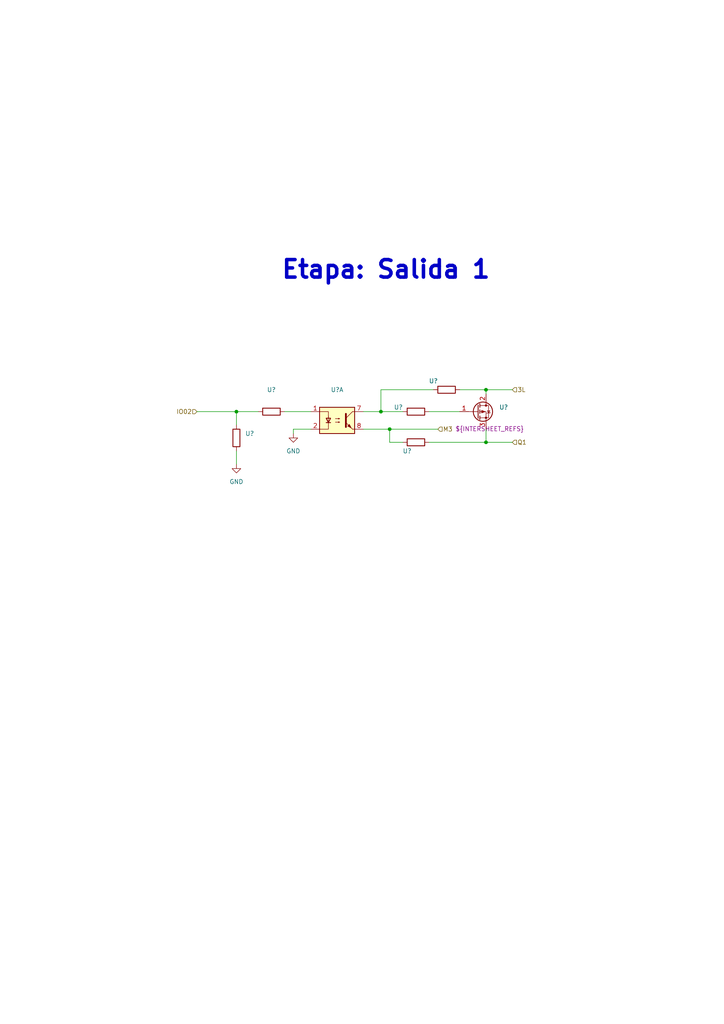
<source format=kicad_sch>
(kicad_sch (version 20220929) (generator eeschema)
  (paper "A4" portrait)
  (lib_symbols
    (symbol "Device:R" (pin_numbers hide) (pin_names (offset 0))
      (property "Reference" "R" (at 2.032 0 90))
      (property "Value" "R" (at 0 0 90))
      (symbol "R_0_1"
        (rectangle (start -1.016 -2.54) (end 1.016 2.54) (stroke (width 0.254)))
      )
      (symbol "R_1_1"
        (pin passive line (at 0 3.81 270) (length 1.27) (name "~") (number "1"))
        (pin passive line (at 0 -3.81 90) (length 1.27) (name "~") (number "2"))
      )
    )
    (symbol "Isolator:ILD74" (pin_names (offset 1.016))
      (property "Reference" "U" (at -5.08 5.08 0))
      (property "Value" "ILD74" (at 0 5.08 0))
      (symbol "ILD74_0_1"
        (rectangle (start -5.08 3.81) (end 5.08 -3.81) (stroke (width 0.254)) (fill (type background)))
        (polyline (pts (xy -3.175 -0.635) (xy -1.905 -0.635)) (stroke (width 0.254)))
        (polyline (pts (xy 2.54 0.635) (xy 4.445 2.54)))
        (polyline (pts (xy 4.445 -2.54) (xy 2.54 -0.635)) (fill (type outline)))
        (polyline (pts (xy 4.445 -2.54) (xy 5.08 -2.54)))
        (polyline (pts (xy 4.445 2.54) (xy 5.08 2.54)))
        (polyline (pts (xy -5.08 2.54) (xy -2.54 2.54) (xy -2.54 0.635)))
        (polyline (pts (xy 2.54 1.905) (xy 2.54 -1.905) (xy 2.54 -1.905)) (stroke (width 0.508)))
        (polyline (pts (xy -2.54 -0.635) (xy -3.175 0.635) (xy -1.905 0.635) (xy -2.54 -0.635)) (stroke (width 0.254)))
        (polyline (pts (xy -2.54 -0.635) (xy -2.54 1.27) (xy -2.54 -2.54) (xy -5.08 -2.54)))
        (polyline (pts (xy -0.508 -0.508) (xy 0.762 -0.508) (xy 0.381 -0.635) (xy 0.381 -0.381) (xy 0.762 -0.508)))
        (polyline (pts (xy -0.508 0.508) (xy 0.762 0.508) (xy 0.381 0.381) (xy 0.381 0.635) (xy 0.762 0.508)))
        (polyline (pts (xy 3.048 -1.651) (xy 3.556 -1.143) (xy 4.064 -2.159) (xy 3.048 -1.651) (xy 3.048 -1.651)) (fill (type outline)))
      )
      (symbol "ILD74_1_1"
        (pin passive line (at -7.62 2.54 0) (length 2.54) (name "~") (number "1"))
        (pin passive line (at -7.62 -2.54 0) (length 2.54) (name "~") (number "2"))
        (pin passive line (at 7.62 2.54 180) (length 2.54) (name "~") (number "7"))
        (pin passive line (at 7.62 -2.54 180) (length 2.54) (name "~") (number "8"))
      )
      (symbol "ILD74_2_1"
        (pin passive line (at -7.62 -2.54 0) (length 2.54) (name "~") (number "3"))
        (pin passive line (at -7.62 2.54 0) (length 2.54) (name "~") (number "4"))
        (pin passive line (at 7.62 -2.54 180) (length 2.54) (name "~") (number "5"))
        (pin passive line (at 7.62 2.54 180) (length 2.54) (name "~") (number "6"))
      )
    )
    (symbol "Transistor_FET:FQP27P06" (pin_names hide)
      (property "Reference" "Q" (at 5.08 1.905 0))
      (property "Value" "FQP27P06" (at 5.08 0 0))
      (symbol "FQP27P06_0_1"
        (polyline (pts (xy 0.254 0) (xy -2.54 0)))
        (polyline (pts (xy 0.254 1.905) (xy 0.254 -1.905)) (stroke (width 0.254)))
        (polyline (pts (xy 0.762 -1.27) (xy 0.762 -2.286)) (stroke (width 0.254)))
        (polyline (pts (xy 0.762 0.508) (xy 0.762 -0.508)) (stroke (width 0.254)))
        (polyline (pts (xy 0.762 2.286) (xy 0.762 1.27)) (stroke (width 0.254)))
        (polyline (pts (xy 2.54 2.54) (xy 2.54 1.778)))
        (polyline (pts (xy 2.54 -2.54) (xy 2.54 0) (xy 0.762 0)))
        (polyline (pts (xy 0.762 1.778) (xy 3.302 1.778) (xy 3.302 -1.778) (xy 0.762 -1.778)))
        (polyline (pts (xy 2.286 0) (xy 1.27 0.381) (xy 1.27 -0.381) (xy 2.286 0)) (fill (type outline)))
        (polyline (pts (xy 2.794 -0.508) (xy 2.921 -0.381) (xy 3.683 -0.381) (xy 3.81 -0.254)))
        (polyline (pts (xy 3.302 -0.381) (xy 2.921 0.254) (xy 3.683 0.254) (xy 3.302 -0.381)))
        (circle (center 1.651 0) (radius 2.794) (stroke (width 0.254)))
        (circle (center 2.54 -1.778) (radius 0.254) (fill (type outline)))
        (circle (center 2.54 1.778) (radius 0.254) (fill (type outline)))
      )
      (symbol "FQP27P06_1_1"
        (pin input line (at -5.08 0 0) (length 2.54) (name "G") (number "1"))
        (pin passive line (at 2.54 5.08 270) (length 2.54) (name "D") (number "2"))
        (pin passive line (at 2.54 -5.08 90) (length 2.54) (name "S") (number "3"))
      )
    )
    (symbol "power:GND" (power) (pin_names (offset 0))
      (property "Value" "GND" (at 0 -3.81 0))
      (symbol "GND_0_1"
        (polyline (pts (xy 0 0) (xy 0 -1.27) (xy 1.27 -1.27) (xy 0 -2.54) (xy -1.27 -1.27) (xy 0 -1.27)))
      )
      (symbol "GND_1_1"
        (pin power_in line (at 0 0 270) (length 0) hide (name "GND") (number "1"))
      )
    )
  )
  (junction (at 113.03 124.46))
  (junction (at 140.97 128.27))
  (junction (at 110.49 119.38))
  (junction (at 140.97 113.03))
  (junction (at 68.58 119.38))
  (wire (pts (xy 124.46 128.27) (xy 140.97 128.27)))
  (wire (pts (xy 68.58 119.38) (xy 74.93 119.38)))
  (wire (pts (xy 140.97 128.27) (xy 140.97 124.46)))
  (wire (pts (xy 57.15 119.38) (xy 68.58 119.38)))
  (wire (pts (xy 140.97 128.27) (xy 148.59 128.27)))
  (wire (pts (xy 68.58 130.81) (xy 68.58 134.62)))
  (wire (pts (xy 82.55 119.38) (xy 90.17 119.38)))
  (wire (pts (xy 113.03 124.46) (xy 105.41 124.46)))
  (wire (pts (xy 113.03 128.27) (xy 113.03 124.46)))
  (wire (pts (xy 110.49 119.38) (xy 116.84 119.38)))
  (wire (pts (xy 85.09 124.46) (xy 85.09 125.73)))
  (wire (pts (xy 125.73 113.03) (xy 110.49 113.03)))
  (wire (pts (xy 68.58 119.38) (xy 68.58 123.19)))
  (wire (pts (xy 90.17 124.46) (xy 85.09 124.46)))
  (wire (pts (xy 140.97 113.03) (xy 148.59 113.03)))
  (wire (pts (xy 116.84 128.27) (xy 113.03 128.27)))
  (wire (pts (xy 124.46 119.38) (xy 133.35 119.38)))
  (wire (pts (xy 105.41 119.38) (xy 110.49 119.38)))
  (wire (pts (xy 113.03 124.46) (xy 127 124.46)))
  (wire (pts (xy 110.49 113.03) (xy 110.49 119.38)))
  (wire (pts (xy 133.35 113.03) (xy 140.97 113.03)))
  (wire (pts (xy 140.97 113.03) (xy 140.97 114.3)))
  (text "Etapa: Salida 1" (at 81.28 81.28 0) (effects (font (size 5.08 5.08) (thickness 1.016) bold) (justify left bottom)))
  (hierarchical_label "Q1" (shape input) (at 148.59 128.27 0))
  (hierarchical_label "M3" (shape input) (at 127 124.46 0) (property "Intersheet References" "${INTERSHEET_REFS}" (at 132.0741 124.3806 0) (effects (justify left))))
  (hierarchical_label "3L" (shape input) (at 148.59 113.03 0))
  (hierarchical_label "IO02" (shape input) (at 57.15 119.38 180))
  (symbol (lib_id "Device:R") (at 68.58 127 0) (unit 1)
    (default_instance (reference "") (unit 1) (value "") (footprint ""))
  )
  (symbol (lib_id "Device:R") (at 120.65 128.27 90) (unit 1)
    (default_instance (reference "") (unit 1) (value "") (footprint ""))
  )
  (symbol (lib_id "Device:R") (at 78.74 119.38 90) (unit 1)
    (default_instance (reference "") (unit 1) (value "") (footprint ""))
  )
  (symbol (lib_id "Device:R") (at 120.65 119.38 90) (unit 1)
    (default_instance (reference "") (unit 1) (value "") (footprint ""))
  )
  (symbol (lib_id "Transistor_FET:FQP27P06") (at 138.43 119.38 0) (unit 1)
    (default_instance (reference "") (unit 1) (value "") (footprint ""))
    (property "Datasheet" "https://www.onsemi.com/pub/Collateral/FQP27P06-D.PDF" (effects hide))
  )
  (symbol (lib_id "Isolator:ILD74") (at 97.79 121.92 0) (unit 1)
    (default_instance (reference "") (unit 1) (value "") (footprint ""))
    (property "Datasheet" "https://www.vishay.com/docs/83640/ild74.pdf" (effects hide))
    (property "Datasheet" "https://www.vishay.com/docs/83640/ild74.pdf" (effects hide))
  )
  (symbol (lib_id "Device:R") (at 129.54 113.03 90) (unit 1)
    (default_instance (reference "") (unit 1) (value "") (footprint ""))
  )
  (symbol (lib_id "power:GND") (at 68.58 134.62 0) (unit 1)
    (default_instance (reference "") (unit 1) (value "") (footprint ""))
  )
  (symbol (lib_id "power:GND") (at 85.09 125.73 0) (unit 1)
    (default_instance (reference "") (unit 1) (value "") (footprint ""))
  )
)
</source>
